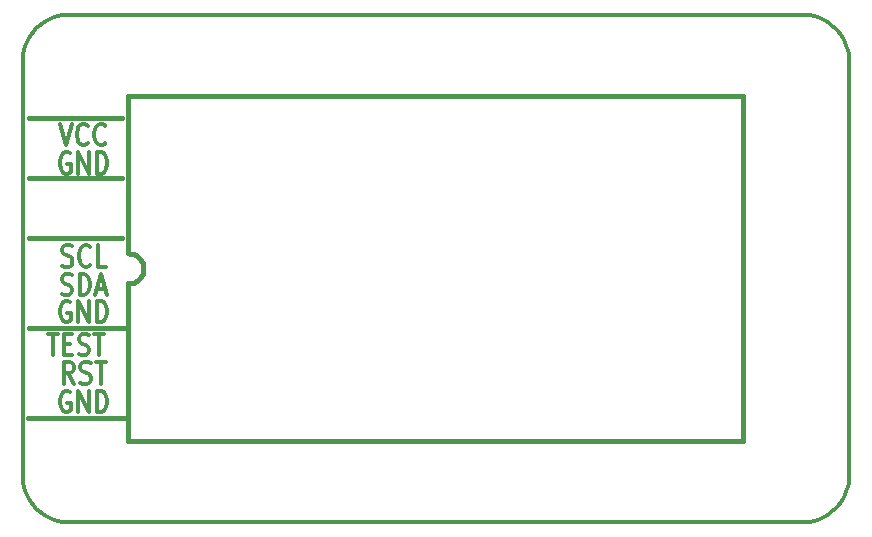
<source format=gto>
G04 (created by PCBNEW-RS274X (2012-01-19 BZR 3256)-stable) date 18/05/2013 06:36:34*
G01*
G70*
G90*
%MOIN*%
G04 Gerber Fmt 3.4, Leading zero omitted, Abs format*
%FSLAX34Y34*%
G04 APERTURE LIST*
%ADD10C,0.006000*%
%ADD11C,0.015000*%
%ADD12C,0.012000*%
%ADD13C,0.011800*%
G04 APERTURE END LIST*
G54D10*
G54D11*
X58550Y-37500D02*
X55450Y-37500D01*
X58550Y-39500D02*
X55450Y-39500D01*
X58550Y-41500D02*
X55450Y-41500D01*
X58600Y-47500D02*
X55400Y-47500D01*
X58600Y-44500D02*
X55450Y-44500D01*
G54D12*
X56800Y-46611D02*
X56744Y-46577D01*
X56660Y-46577D01*
X56575Y-46611D01*
X56519Y-46679D01*
X56491Y-46746D01*
X56463Y-46881D01*
X56463Y-46983D01*
X56491Y-47118D01*
X56519Y-47185D01*
X56575Y-47253D01*
X56660Y-47286D01*
X56716Y-47286D01*
X56800Y-47253D01*
X56828Y-47219D01*
X56828Y-46983D01*
X56716Y-46983D01*
X57082Y-47286D02*
X57082Y-46577D01*
X57419Y-47286D01*
X57419Y-46577D01*
X57701Y-47286D02*
X57701Y-46577D01*
X57841Y-46577D01*
X57926Y-46611D01*
X57982Y-46679D01*
X58010Y-46746D01*
X58038Y-46881D01*
X58038Y-46983D01*
X58010Y-47118D01*
X57982Y-47185D01*
X57926Y-47253D01*
X57841Y-47286D01*
X57701Y-47286D01*
X56926Y-46336D02*
X56729Y-45999D01*
X56589Y-46336D02*
X56589Y-45627D01*
X56814Y-45627D01*
X56870Y-45661D01*
X56898Y-45695D01*
X56926Y-45763D01*
X56926Y-45864D01*
X56898Y-45931D01*
X56870Y-45965D01*
X56814Y-45999D01*
X56589Y-45999D01*
X57152Y-46303D02*
X57236Y-46336D01*
X57377Y-46336D01*
X57433Y-46303D01*
X57461Y-46269D01*
X57489Y-46201D01*
X57489Y-46134D01*
X57461Y-46066D01*
X57433Y-46033D01*
X57377Y-45999D01*
X57264Y-45965D01*
X57208Y-45931D01*
X57180Y-45898D01*
X57152Y-45830D01*
X57152Y-45763D01*
X57180Y-45695D01*
X57208Y-45661D01*
X57264Y-45627D01*
X57405Y-45627D01*
X57489Y-45661D01*
X57658Y-45627D02*
X57996Y-45627D01*
X57827Y-46336D02*
X57827Y-45627D01*
X56057Y-44677D02*
X56395Y-44677D01*
X56226Y-45386D02*
X56226Y-44677D01*
X56592Y-45015D02*
X56789Y-45015D01*
X56873Y-45386D02*
X56592Y-45386D01*
X56592Y-44677D01*
X56873Y-44677D01*
X57099Y-45353D02*
X57183Y-45386D01*
X57324Y-45386D01*
X57380Y-45353D01*
X57408Y-45319D01*
X57436Y-45251D01*
X57436Y-45184D01*
X57408Y-45116D01*
X57380Y-45083D01*
X57324Y-45049D01*
X57211Y-45015D01*
X57155Y-44981D01*
X57127Y-44948D01*
X57099Y-44880D01*
X57099Y-44813D01*
X57127Y-44745D01*
X57155Y-44711D01*
X57211Y-44677D01*
X57352Y-44677D01*
X57436Y-44711D01*
X57605Y-44677D02*
X57943Y-44677D01*
X57774Y-45386D02*
X57774Y-44677D01*
X56800Y-43611D02*
X56744Y-43577D01*
X56660Y-43577D01*
X56575Y-43611D01*
X56519Y-43679D01*
X56491Y-43746D01*
X56463Y-43881D01*
X56463Y-43983D01*
X56491Y-44118D01*
X56519Y-44185D01*
X56575Y-44253D01*
X56660Y-44286D01*
X56716Y-44286D01*
X56800Y-44253D01*
X56828Y-44219D01*
X56828Y-43983D01*
X56716Y-43983D01*
X57082Y-44286D02*
X57082Y-43577D01*
X57419Y-44286D01*
X57419Y-43577D01*
X57701Y-44286D02*
X57701Y-43577D01*
X57841Y-43577D01*
X57926Y-43611D01*
X57982Y-43679D01*
X58010Y-43746D01*
X58038Y-43881D01*
X58038Y-43983D01*
X58010Y-44118D01*
X57982Y-44185D01*
X57926Y-44253D01*
X57841Y-44286D01*
X57701Y-44286D01*
X56533Y-43353D02*
X56617Y-43386D01*
X56758Y-43386D01*
X56814Y-43353D01*
X56842Y-43319D01*
X56870Y-43251D01*
X56870Y-43184D01*
X56842Y-43116D01*
X56814Y-43083D01*
X56758Y-43049D01*
X56645Y-43015D01*
X56589Y-42981D01*
X56561Y-42948D01*
X56533Y-42880D01*
X56533Y-42813D01*
X56561Y-42745D01*
X56589Y-42711D01*
X56645Y-42677D01*
X56786Y-42677D01*
X56870Y-42711D01*
X57124Y-43386D02*
X57124Y-42677D01*
X57264Y-42677D01*
X57349Y-42711D01*
X57405Y-42779D01*
X57433Y-42846D01*
X57461Y-42981D01*
X57461Y-43083D01*
X57433Y-43218D01*
X57405Y-43285D01*
X57349Y-43353D01*
X57264Y-43386D01*
X57124Y-43386D01*
X57687Y-43184D02*
X57968Y-43184D01*
X57630Y-43386D02*
X57827Y-42677D01*
X58024Y-43386D01*
X56547Y-42403D02*
X56631Y-42436D01*
X56772Y-42436D01*
X56828Y-42403D01*
X56856Y-42369D01*
X56884Y-42301D01*
X56884Y-42234D01*
X56856Y-42166D01*
X56828Y-42133D01*
X56772Y-42099D01*
X56659Y-42065D01*
X56603Y-42031D01*
X56575Y-41998D01*
X56547Y-41930D01*
X56547Y-41863D01*
X56575Y-41795D01*
X56603Y-41761D01*
X56659Y-41727D01*
X56800Y-41727D01*
X56884Y-41761D01*
X57475Y-42369D02*
X57447Y-42403D01*
X57363Y-42436D01*
X57307Y-42436D01*
X57222Y-42403D01*
X57166Y-42335D01*
X57138Y-42268D01*
X57110Y-42133D01*
X57110Y-42031D01*
X57138Y-41896D01*
X57166Y-41829D01*
X57222Y-41761D01*
X57307Y-41727D01*
X57363Y-41727D01*
X57447Y-41761D01*
X57475Y-41795D01*
X58010Y-42436D02*
X57729Y-42436D01*
X57729Y-41727D01*
X56800Y-38661D02*
X56744Y-38627D01*
X56660Y-38627D01*
X56575Y-38661D01*
X56519Y-38729D01*
X56491Y-38796D01*
X56463Y-38931D01*
X56463Y-39033D01*
X56491Y-39168D01*
X56519Y-39235D01*
X56575Y-39303D01*
X56660Y-39336D01*
X56716Y-39336D01*
X56800Y-39303D01*
X56828Y-39269D01*
X56828Y-39033D01*
X56716Y-39033D01*
X57082Y-39336D02*
X57082Y-38627D01*
X57419Y-39336D01*
X57419Y-38627D01*
X57701Y-39336D02*
X57701Y-38627D01*
X57841Y-38627D01*
X57926Y-38661D01*
X57982Y-38729D01*
X58010Y-38796D01*
X58038Y-38931D01*
X58038Y-39033D01*
X58010Y-39168D01*
X57982Y-39235D01*
X57926Y-39303D01*
X57841Y-39336D01*
X57701Y-39336D01*
X56462Y-37677D02*
X56659Y-38386D01*
X56856Y-37677D01*
X57391Y-38319D02*
X57363Y-38353D01*
X57279Y-38386D01*
X57223Y-38386D01*
X57138Y-38353D01*
X57082Y-38285D01*
X57054Y-38218D01*
X57026Y-38083D01*
X57026Y-37981D01*
X57054Y-37846D01*
X57082Y-37779D01*
X57138Y-37711D01*
X57223Y-37677D01*
X57279Y-37677D01*
X57363Y-37711D01*
X57391Y-37745D01*
X57982Y-38319D02*
X57954Y-38353D01*
X57870Y-38386D01*
X57814Y-38386D01*
X57729Y-38353D01*
X57673Y-38285D01*
X57645Y-38218D01*
X57617Y-38083D01*
X57617Y-37981D01*
X57645Y-37846D01*
X57673Y-37779D01*
X57729Y-37711D01*
X57814Y-37677D01*
X57870Y-37677D01*
X57954Y-37711D01*
X57982Y-37745D01*
G54D11*
X58750Y-43000D02*
X58750Y-48250D01*
X58750Y-36750D02*
X58750Y-42000D01*
X58750Y-43000D02*
X58793Y-42998D01*
X58836Y-42992D01*
X58879Y-42982D01*
X58921Y-42969D01*
X58961Y-42953D01*
X59000Y-42933D01*
X59036Y-42909D01*
X59071Y-42883D01*
X59103Y-42853D01*
X59133Y-42821D01*
X59159Y-42786D01*
X59183Y-42749D01*
X59203Y-42711D01*
X59219Y-42671D01*
X59232Y-42629D01*
X59242Y-42586D01*
X59248Y-42543D01*
X59250Y-42500D01*
X59250Y-42500D02*
X59248Y-42457D01*
X59242Y-42414D01*
X59232Y-42371D01*
X59219Y-42329D01*
X59203Y-42289D01*
X59183Y-42251D01*
X59159Y-42214D01*
X59133Y-42179D01*
X59103Y-42147D01*
X59071Y-42117D01*
X59036Y-42091D01*
X59000Y-42067D01*
X58961Y-42047D01*
X58921Y-42031D01*
X58879Y-42018D01*
X58836Y-42008D01*
X58793Y-42002D01*
X58750Y-42000D01*
X58750Y-36750D02*
X79250Y-36750D01*
X79250Y-36750D02*
X79250Y-48250D01*
X79250Y-48250D02*
X58750Y-48250D01*
G54D13*
X56795Y-34035D02*
X81205Y-34035D01*
X55220Y-49390D02*
X55220Y-35610D01*
X81205Y-50965D02*
X56795Y-50965D01*
X82780Y-35610D02*
X82780Y-49390D01*
X55220Y-49390D02*
X55226Y-49527D01*
X55244Y-49663D01*
X55274Y-49797D01*
X55315Y-49928D01*
X55368Y-50055D01*
X55432Y-50177D01*
X55505Y-50293D01*
X55589Y-50402D01*
X55682Y-50503D01*
X55783Y-50596D01*
X55892Y-50680D01*
X56008Y-50753D01*
X56130Y-50817D01*
X56257Y-50870D01*
X56388Y-50911D01*
X56522Y-50941D01*
X56658Y-50959D01*
X56795Y-50965D01*
X81205Y-50965D02*
X81342Y-50959D01*
X81478Y-50941D01*
X81612Y-50911D01*
X81743Y-50870D01*
X81870Y-50817D01*
X81992Y-50753D01*
X82108Y-50680D01*
X82217Y-50596D01*
X82318Y-50503D01*
X82411Y-50402D01*
X82495Y-50293D01*
X82568Y-50177D01*
X82632Y-50055D01*
X82685Y-49928D01*
X82726Y-49797D01*
X82756Y-49663D01*
X82774Y-49527D01*
X82780Y-49390D01*
X82780Y-35610D02*
X82774Y-35473D01*
X82756Y-35337D01*
X82726Y-35203D01*
X82685Y-35072D01*
X82632Y-34945D01*
X82568Y-34823D01*
X82495Y-34707D01*
X82411Y-34598D01*
X82318Y-34497D01*
X82217Y-34404D01*
X82108Y-34320D01*
X81992Y-34247D01*
X81870Y-34183D01*
X81743Y-34130D01*
X81612Y-34089D01*
X81478Y-34059D01*
X81342Y-34041D01*
X81205Y-34035D01*
X56795Y-34035D02*
X56658Y-34041D01*
X56522Y-34059D01*
X56388Y-34089D01*
X56257Y-34130D01*
X56130Y-34183D01*
X56008Y-34247D01*
X55892Y-34320D01*
X55783Y-34404D01*
X55682Y-34497D01*
X55589Y-34598D01*
X55505Y-34707D01*
X55432Y-34823D01*
X55368Y-34945D01*
X55315Y-35072D01*
X55274Y-35203D01*
X55244Y-35337D01*
X55226Y-35473D01*
X55220Y-35610D01*
M02*

</source>
